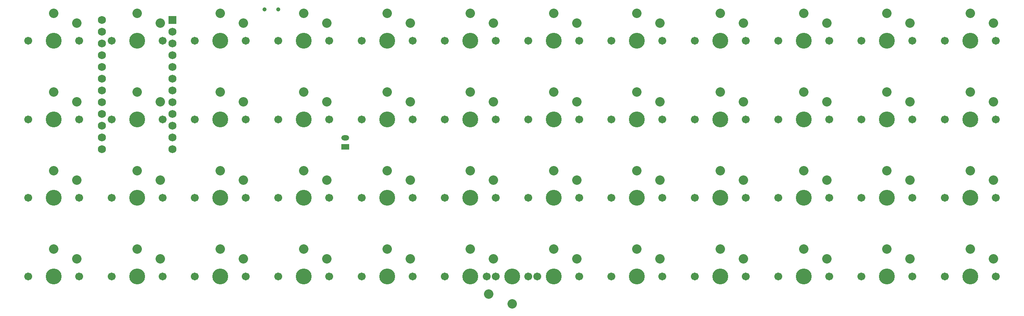
<source format=gbr>
%TF.GenerationSoftware,KiCad,Pcbnew,9.0.3-1.fc42*%
%TF.CreationDate,2025-08-27T16:52:14-04:00*%
%TF.ProjectId,48ish_soldered,34386973-685f-4736-9f6c-64657265642e,v1.0.0*%
%TF.SameCoordinates,Original*%
%TF.FileFunction,Soldermask,Top*%
%TF.FilePolarity,Negative*%
%FSLAX46Y46*%
G04 Gerber Fmt 4.6, Leading zero omitted, Abs format (unit mm)*
G04 Created by KiCad (PCBNEW 9.0.3-1.fc42) date 2025-08-27 16:52:14*
%MOMM*%
%LPD*%
G01*
G04 APERTURE LIST*
%ADD10C,1.701800*%
%ADD11C,3.429000*%
%ADD12C,2.032000*%
%ADD13R,1.700000X1.200000*%
%ADD14O,1.700000X1.200000*%
%ADD15C,0.900000*%
%ADD16R,1.752600X1.752600*%
%ADD17C,1.752600*%
G04 APERTURE END LIST*
D10*
%TO.C,S17*%
X156500000Y68000000D03*
D11*
X162000000Y68000000D03*
D10*
X167500000Y68000000D03*
D12*
X167000000Y71800000D03*
X162000000Y73900000D03*
%TD*%
D10*
%TO.C,S30*%
X102500000Y68000000D03*
D11*
X108000000Y68000000D03*
D10*
X113500000Y68000000D03*
D12*
X113000000Y71800000D03*
X108000000Y73900000D03*
%TD*%
D10*
%TO.C,S34*%
X66500000Y51000000D03*
D11*
X72000000Y51000000D03*
D10*
X77500000Y51000000D03*
D12*
X77000000Y54800000D03*
X72000000Y56900000D03*
%TD*%
D10*
%TO.C,S47*%
X12500000Y68000000D03*
D11*
X18000000Y68000000D03*
D10*
X23500000Y68000000D03*
D12*
X23000000Y71800000D03*
X18000000Y73900000D03*
%TD*%
D10*
%TO.C,S9*%
X174500000Y51000000D03*
D11*
X180000000Y51000000D03*
D10*
X185500000Y51000000D03*
D12*
X185000000Y54800000D03*
X180000000Y56900000D03*
%TD*%
D10*
%TO.C,S29*%
X102500000Y51000000D03*
D11*
X108000000Y51000000D03*
D10*
X113500000Y51000000D03*
D12*
X113000000Y54800000D03*
X108000000Y56900000D03*
%TD*%
D10*
%TO.C,S37*%
X48500000Y34000000D03*
D11*
X54000000Y34000000D03*
D10*
X59500000Y34000000D03*
D12*
X59000000Y37800000D03*
X54000000Y39900000D03*
%TD*%
D10*
%TO.C,S49*%
X-5500000Y34000000D03*
D11*
X0Y34000000D03*
D10*
X5500000Y34000000D03*
D12*
X5000000Y37800000D03*
X0Y39900000D03*
%TD*%
D10*
%TO.C,S46*%
X30500000Y68000000D03*
D11*
X36000000Y68000000D03*
D10*
X41500000Y68000000D03*
D12*
X41000000Y71800000D03*
X36000000Y73900000D03*
%TD*%
D10*
%TO.C,S18*%
X138500000Y68000000D03*
D11*
X144000000Y68000000D03*
D10*
X149500000Y68000000D03*
D12*
X149000000Y71800000D03*
X144000000Y73900000D03*
%TD*%
D10*
%TO.C,S35*%
X66500000Y68000000D03*
D11*
X72000000Y68000000D03*
D10*
X77500000Y68000000D03*
D12*
X77000000Y71800000D03*
X72000000Y73900000D03*
%TD*%
D10*
%TO.C,S32*%
X66500000Y17000000D03*
D11*
X72000000Y17000000D03*
D10*
X77500000Y17000000D03*
D12*
X77000000Y20800000D03*
X72000000Y22900000D03*
%TD*%
D10*
%TO.C,S10*%
X174500000Y68000000D03*
D11*
X180000000Y68000000D03*
D10*
X185500000Y68000000D03*
D12*
X185000000Y71800000D03*
X180000000Y73900000D03*
%TD*%
D10*
%TO.C,S38*%
X48500000Y51000000D03*
D11*
X54000000Y51000000D03*
D10*
X59500000Y51000000D03*
D12*
X59000000Y54800000D03*
X54000000Y56900000D03*
%TD*%
D10*
%TO.C,S31*%
X84500000Y68000000D03*
D11*
X90000000Y68000000D03*
D10*
X95500000Y68000000D03*
D12*
X95000000Y71800000D03*
X90000000Y73900000D03*
%TD*%
D10*
%TO.C,S44*%
X30500000Y51000000D03*
D11*
X36000000Y51000000D03*
D10*
X41500000Y51000000D03*
D12*
X41000000Y54800000D03*
X36000000Y56900000D03*
%TD*%
D10*
%TO.C,S26*%
X102500000Y34000000D03*
D11*
X108000000Y34000000D03*
D10*
X113500000Y34000000D03*
D12*
X113000000Y37800000D03*
X108000000Y39900000D03*
%TD*%
D10*
%TO.C,S42*%
X12500000Y34000000D03*
D11*
X18000000Y34000000D03*
D10*
X23500000Y34000000D03*
D12*
X23000000Y37800000D03*
X18000000Y39900000D03*
%TD*%
D10*
%TO.C,S48*%
X-5500000Y17000000D03*
D11*
X0Y17000000D03*
D10*
X5500000Y17000000D03*
D12*
X5000000Y20800000D03*
X0Y22900000D03*
%TD*%
D13*
%TO.C,JST1*%
X63000000Y45000000D03*
D14*
X63000000Y47000000D03*
%TD*%
D10*
%TO.C,S20*%
X120500000Y34000000D03*
D11*
X126000000Y34000000D03*
D10*
X131500000Y34000000D03*
D12*
X131000000Y37800000D03*
X126000000Y39900000D03*
%TD*%
D10*
%TO.C,S40*%
X30500000Y17000000D03*
D11*
X36000000Y17000000D03*
D10*
X41500000Y17000000D03*
D12*
X41000000Y20800000D03*
X36000000Y22900000D03*
%TD*%
D10*
%TO.C,S33*%
X66500000Y34000000D03*
D11*
X72000000Y34000000D03*
D10*
X77500000Y34000000D03*
D12*
X77000000Y37800000D03*
X72000000Y39900000D03*
%TD*%
D10*
%TO.C,S11*%
X138500000Y17000000D03*
D11*
X144000000Y17000000D03*
D10*
X149500000Y17000000D03*
D12*
X149000000Y20800000D03*
X144000000Y22900000D03*
%TD*%
D10*
%TO.C,S16*%
X138500000Y51000000D03*
D11*
X144000000Y51000000D03*
D10*
X149500000Y51000000D03*
D12*
X149000000Y54800000D03*
X144000000Y56900000D03*
%TD*%
D10*
%TO.C,S24*%
X84500000Y17000000D03*
D11*
X90000000Y17000000D03*
D10*
X95500000Y17000000D03*
D12*
X95000000Y20800000D03*
X90000000Y22900000D03*
%TD*%
D10*
%TO.C,S36*%
X48500000Y17000000D03*
D11*
X54000000Y17000000D03*
D10*
X59500000Y17000000D03*
D12*
X59000000Y20800000D03*
X54000000Y22900000D03*
%TD*%
D10*
%TO.C,S15*%
X156500000Y51000000D03*
D11*
X162000000Y51000000D03*
D10*
X167500000Y51000000D03*
D12*
X167000000Y54800000D03*
X162000000Y56900000D03*
%TD*%
D10*
%TO.C,S25*%
X104500000Y17000000D03*
D11*
X99000000Y17000000D03*
D10*
X93500000Y17000000D03*
D12*
X94000000Y13200000D03*
X99000000Y11100000D03*
%TD*%
D10*
%TO.C,S6*%
X192500000Y68000000D03*
D11*
X198000000Y68000000D03*
D10*
X203500000Y68000000D03*
D12*
X203000000Y71800000D03*
X198000000Y73900000D03*
%TD*%
D10*
%TO.C,S21*%
X120500000Y51000000D03*
D11*
X126000000Y51000000D03*
D10*
X131500000Y51000000D03*
D12*
X131000000Y54800000D03*
X126000000Y56900000D03*
%TD*%
D10*
%TO.C,S8*%
X174500000Y34000000D03*
D11*
X180000000Y34000000D03*
D10*
X185500000Y34000000D03*
D12*
X185000000Y37800000D03*
X180000000Y39900000D03*
%TD*%
D10*
%TO.C,S22*%
X120500000Y68000000D03*
D11*
X126000000Y68000000D03*
D10*
X131500000Y68000000D03*
D12*
X131000000Y71800000D03*
X126000000Y73900000D03*
%TD*%
D10*
%TO.C,S27*%
X84500000Y34000000D03*
D11*
X90000000Y34000000D03*
D10*
X95500000Y34000000D03*
D12*
X95000000Y37800000D03*
X90000000Y39900000D03*
%TD*%
D10*
%TO.C,S14*%
X156500000Y34000000D03*
D11*
X162000000Y34000000D03*
D10*
X167500000Y34000000D03*
D12*
X167000000Y37800000D03*
X162000000Y39900000D03*
%TD*%
D10*
%TO.C,S28*%
X84500000Y51000000D03*
D11*
X90000000Y51000000D03*
D10*
X95500000Y51000000D03*
D12*
X95000000Y54800000D03*
X90000000Y56900000D03*
%TD*%
D10*
%TO.C,S13*%
X138500000Y34000000D03*
D11*
X144000000Y34000000D03*
D10*
X149500000Y34000000D03*
D12*
X149000000Y37800000D03*
X144000000Y39900000D03*
%TD*%
D10*
%TO.C,S39*%
X48500000Y68000000D03*
D11*
X54000000Y68000000D03*
D10*
X59500000Y68000000D03*
D12*
X59000000Y71800000D03*
X54000000Y73900000D03*
%TD*%
D10*
%TO.C,S3*%
X192500000Y17000000D03*
D11*
X198000000Y17000000D03*
D10*
X203500000Y17000000D03*
D12*
X203000000Y20800000D03*
X198000000Y22900000D03*
%TD*%
D10*
%TO.C,S7*%
X174500000Y17000000D03*
D11*
X180000000Y17000000D03*
D10*
X185500000Y17000000D03*
D12*
X185000000Y20800000D03*
X180000000Y22900000D03*
%TD*%
D10*
%TO.C,S12*%
X156500000Y17000000D03*
D11*
X162000000Y17000000D03*
D10*
X167500000Y17000000D03*
D12*
X167000000Y20800000D03*
X162000000Y22900000D03*
%TD*%
D10*
%TO.C,S41*%
X12500000Y17000000D03*
D11*
X18000000Y17000000D03*
D10*
X23500000Y17000000D03*
D12*
X23000000Y20800000D03*
X18000000Y22900000D03*
%TD*%
D10*
%TO.C,S19*%
X120500000Y17000000D03*
D11*
X126000000Y17000000D03*
D10*
X131500000Y17000000D03*
D12*
X131000000Y20800000D03*
X126000000Y22900000D03*
%TD*%
D10*
%TO.C,S45*%
X12500000Y51000000D03*
D11*
X18000000Y51000000D03*
D10*
X23500000Y51000000D03*
D12*
X23000000Y54800000D03*
X18000000Y56900000D03*
%TD*%
D10*
%TO.C,S51*%
X-5500000Y68000000D03*
D11*
X0Y68000000D03*
D10*
X5500000Y68000000D03*
D12*
X5000000Y71800000D03*
X0Y73900000D03*
%TD*%
D10*
%TO.C,S43*%
X30500000Y34000000D03*
D11*
X36000000Y34000000D03*
D10*
X41500000Y34000000D03*
D12*
X41000000Y37800000D03*
X36000000Y39900000D03*
%TD*%
D10*
%TO.C,S5*%
X192500000Y51000000D03*
D11*
X198000000Y51000000D03*
D10*
X203500000Y51000000D03*
D12*
X203000000Y54800000D03*
X198000000Y56900000D03*
%TD*%
D10*
%TO.C,S23*%
X102500000Y17000000D03*
D11*
X108000000Y17000000D03*
D10*
X113500000Y17000000D03*
D12*
X113000000Y20800000D03*
X108000000Y22900000D03*
%TD*%
D10*
%TO.C,S4*%
X192500000Y34000000D03*
D11*
X198000000Y34000000D03*
D10*
X203500000Y34000000D03*
D12*
X203000000Y37800000D03*
X198000000Y39900000D03*
%TD*%
D10*
%TO.C,S50*%
X-5500000Y51000000D03*
D11*
X0Y51000000D03*
D10*
X5500000Y51000000D03*
D12*
X5000000Y54800000D03*
X0Y56900000D03*
%TD*%
D15*
%TO.C,S1*%
X45500000Y74730000D03*
X48500000Y74730000D03*
%TD*%
D16*
%TO.C,MCU1*%
X25620000Y72470000D03*
D17*
X25620000Y69930000D03*
X25620000Y67390000D03*
X25620000Y64850000D03*
X25620000Y62310000D03*
X25620000Y59770000D03*
X25620000Y57230000D03*
X25620000Y54690000D03*
X25620000Y52150000D03*
X25620000Y49610000D03*
X25620000Y47070000D03*
X25620000Y44530000D03*
X10380000Y72470000D03*
X10380000Y69930000D03*
X10380000Y67390000D03*
X10380000Y64850000D03*
X10380000Y62310000D03*
X10380000Y59770000D03*
X10380000Y57230000D03*
X10380000Y54690000D03*
X10380000Y52150000D03*
X10380000Y49610000D03*
X10380000Y47070000D03*
X10380000Y44530000D03*
%TD*%
M02*

</source>
